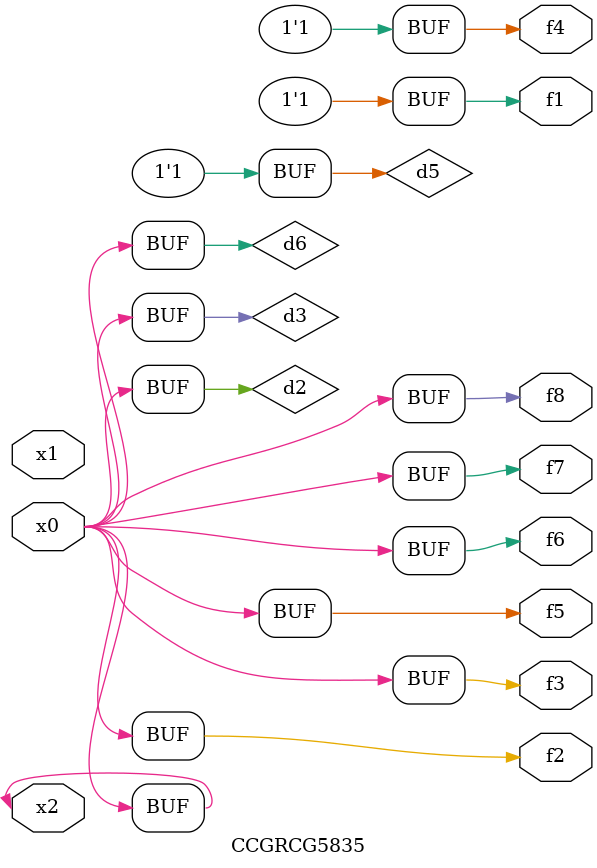
<source format=v>
module CCGRCG5835(
	input x0, x1, x2,
	output f1, f2, f3, f4, f5, f6, f7, f8
);

	wire d1, d2, d3, d4, d5, d6;

	xnor (d1, x2);
	buf (d2, x0, x2);
	and (d3, x0);
	xnor (d4, x1, x2);
	nand (d5, d1, d3);
	buf (d6, d2, d3);
	assign f1 = d5;
	assign f2 = d6;
	assign f3 = d6;
	assign f4 = d5;
	assign f5 = d6;
	assign f6 = d6;
	assign f7 = d6;
	assign f8 = d6;
endmodule

</source>
